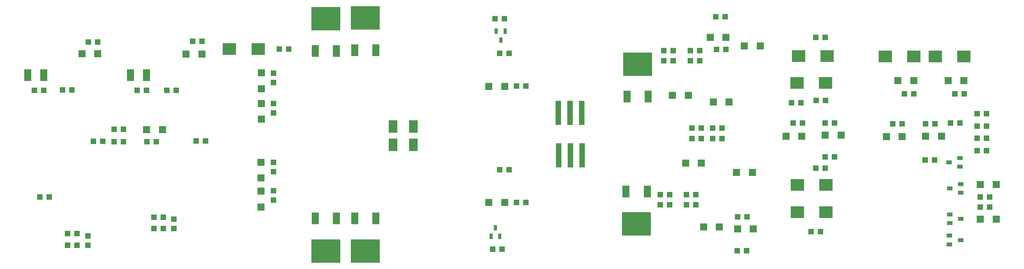
<source format=gbp>
G04 Layer_Color=128*
%FSLAX25Y25*%
%MOIN*%
G70*
G01*
G75*
%ADD11R,0.05000X0.21063*%
%ADD12R,0.05906X0.09843*%
%ADD13R,0.25000X0.20000*%
%ADD15R,0.06000X0.06000*%
%ADD16R,0.05000X0.05000*%
%ADD19R,0.04500X0.03800*%
%ADD60R,0.07200X0.11000*%
%ADD61R,0.03100X0.05000*%
%ADD62R,0.06000X0.10000*%
%ADD63R,0.06000X0.06000*%
%ADD64R,0.05000X0.05000*%
%ADD65R,0.11417X0.09843*%
D11*
X470807Y132604D02*
D03*
X480807D02*
D03*
X490807D02*
D03*
X471004Y96234D02*
D03*
X481004D02*
D03*
X491004D02*
D03*
D12*
X263337Y42296D02*
D03*
X281447D02*
D03*
X546661Y65545D02*
D03*
X281447Y185757D02*
D03*
X263337D02*
D03*
X297146Y42296D02*
D03*
X315256D02*
D03*
X315256Y186249D02*
D03*
X297146D02*
D03*
X547448Y146771D02*
D03*
X529338D02*
D03*
X528551Y65545D02*
D03*
D13*
X272392Y14546D02*
D03*
X537606Y37795D02*
D03*
X272392Y213507D02*
D03*
X306201Y14546D02*
D03*
X306201Y213999D02*
D03*
X538393Y174521D02*
D03*
D15*
X623760Y33342D02*
D03*
X637260D02*
D03*
X166800Y183169D02*
D03*
X830840Y71538D02*
D03*
X844340D02*
D03*
X613957Y197335D02*
D03*
X600457D02*
D03*
X64370Y183465D02*
D03*
X581791Y147835D02*
D03*
X568291D02*
D03*
X608284Y34941D02*
D03*
X594783D02*
D03*
X629610Y190157D02*
D03*
X643110D02*
D03*
X622961Y81595D02*
D03*
X636460D02*
D03*
X603035Y141929D02*
D03*
X616536D02*
D03*
X579323Y89665D02*
D03*
X592823D02*
D03*
X678637Y112697D02*
D03*
X665137D02*
D03*
X712122Y113681D02*
D03*
X698622D02*
D03*
X764267Y112286D02*
D03*
X750767D02*
D03*
X797767Y112581D02*
D03*
X784267D02*
D03*
X119587Y118405D02*
D03*
X425016Y56102D02*
D03*
X411516D02*
D03*
Y155413D02*
D03*
X425016D02*
D03*
X133087Y118405D02*
D03*
X153300Y183169D02*
D03*
X77870Y183465D02*
D03*
X844340Y41813D02*
D03*
X830840D02*
D03*
X816929Y160416D02*
D03*
X803429D02*
D03*
X774083D02*
D03*
X760583D02*
D03*
D16*
X125985Y33661D02*
D03*
X133985D02*
D03*
X127686Y108073D02*
D03*
X119686D02*
D03*
X144800Y152165D02*
D03*
X136800D02*
D03*
X838840Y51951D02*
D03*
X830840D02*
D03*
X828051Y100376D02*
D03*
X836051D02*
D03*
X828051Y110908D02*
D03*
X836051D02*
D03*
X828051Y121439D02*
D03*
X836051D02*
D03*
X828051Y131971D02*
D03*
X836051D02*
D03*
X584823Y119783D02*
D03*
X592823D02*
D03*
X31819Y152165D02*
D03*
X169713Y108563D02*
D03*
X77953Y193307D02*
D03*
X166800Y194095D02*
D03*
X792267Y123506D02*
D03*
X784267D02*
D03*
X764201D02*
D03*
X756201D02*
D03*
X679063Y123917D02*
D03*
X671063D02*
D03*
X706425Y94980D02*
D03*
X698425D02*
D03*
X766083Y149132D02*
D03*
X774083D02*
D03*
X817028D02*
D03*
X809028D02*
D03*
X613949Y187098D02*
D03*
X605949D02*
D03*
X613295Y215059D02*
D03*
X605295D02*
D03*
X583464Y185925D02*
D03*
X591465D02*
D03*
Y177264D02*
D03*
X583464D02*
D03*
X568964Y185925D02*
D03*
X560964D02*
D03*
Y177362D02*
D03*
X568964D02*
D03*
X602323Y119882D02*
D03*
X610323D02*
D03*
X602323Y110728D02*
D03*
X610323D02*
D03*
X592823Y110728D02*
D03*
X584823D02*
D03*
X557815Y62598D02*
D03*
X565815D02*
D03*
X557815Y53937D02*
D03*
X565815D02*
D03*
X588315D02*
D03*
X580315D02*
D03*
X580315Y62598D02*
D03*
X588315D02*
D03*
X623398Y14567D02*
D03*
X631398D02*
D03*
X623760Y43677D02*
D03*
X631760D02*
D03*
X690650Y197539D02*
D03*
X698650D02*
D03*
X690801Y143307D02*
D03*
X698801D02*
D03*
X690650Y85335D02*
D03*
X698650D02*
D03*
X686569Y30906D02*
D03*
X694569D02*
D03*
X677882Y141240D02*
D03*
X669882D02*
D03*
X698425Y123917D02*
D03*
X706425D02*
D03*
X813484Y124114D02*
D03*
X805484D02*
D03*
X783874Y92502D02*
D03*
X791874D02*
D03*
X99930Y108073D02*
D03*
X91930D02*
D03*
Y118701D02*
D03*
X60256Y29232D02*
D03*
X52256D02*
D03*
X60256Y19390D02*
D03*
X52256D02*
D03*
X422736Y15945D02*
D03*
X414736D02*
D03*
X443209Y56102D02*
D03*
X435209D02*
D03*
X428839Y84055D02*
D03*
X420839D02*
D03*
X133985Y43504D02*
D03*
X125985D02*
D03*
X435209Y155610D02*
D03*
X443209D02*
D03*
X420839Y183563D02*
D03*
X428839D02*
D03*
X424902Y213287D02*
D03*
X416902D02*
D03*
X119405Y152165D02*
D03*
X47953Y152461D02*
D03*
X55953D02*
D03*
X232775Y187303D02*
D03*
X28531Y60728D02*
D03*
X838840Y60613D02*
D03*
X830840D02*
D03*
X82213Y108366D02*
D03*
X36531Y60728D02*
D03*
X240775Y187303D02*
D03*
X111406Y152165D02*
D03*
X99930Y118701D02*
D03*
X158800Y194095D02*
D03*
X74213Y108366D02*
D03*
X69953Y193307D02*
D03*
X23819Y152165D02*
D03*
X161713Y108563D02*
D03*
D19*
X814026Y23859D02*
D03*
X804626Y27559D02*
D03*
Y20159D02*
D03*
X804084Y90511D02*
D03*
X813484Y86811D02*
D03*
Y94211D02*
D03*
X804675Y68133D02*
D03*
X814075Y64433D02*
D03*
Y71833D02*
D03*
Y42109D02*
D03*
X804675Y45809D02*
D03*
Y38409D02*
D03*
D60*
X329685Y120980D02*
D03*
X347008D02*
D03*
Y105512D02*
D03*
X329685D02*
D03*
D61*
X417110Y34449D02*
D03*
X413370Y26969D02*
D03*
X420851D02*
D03*
X421654Y195177D02*
D03*
X425394Y202658D02*
D03*
X417913D02*
D03*
D62*
X31791Y165059D02*
D03*
X18291D02*
D03*
X105905Y165157D02*
D03*
X119405D02*
D03*
D63*
X217488Y140846D02*
D03*
Y127346D02*
D03*
X217488Y166929D02*
D03*
X217028Y65650D02*
D03*
X217291Y90453D02*
D03*
X217488Y153429D02*
D03*
X217291Y76953D02*
D03*
X217028Y52150D02*
D03*
D64*
X69508Y27390D02*
D03*
Y19390D02*
D03*
X142962Y41661D02*
D03*
Y33661D02*
D03*
X227854Y140846D02*
D03*
X227658Y90453D02*
D03*
X227756Y66043D02*
D03*
X227854Y166858D02*
D03*
Y158858D02*
D03*
X227658Y82453D02*
D03*
X227756Y58043D02*
D03*
X227854Y132846D02*
D03*
D65*
X674902Y70965D02*
D03*
X699311D02*
D03*
X674884Y47661D02*
D03*
X699293D02*
D03*
X675801Y181299D02*
D03*
X700211D02*
D03*
X674392Y158291D02*
D03*
X698801D02*
D03*
X190256Y187303D02*
D03*
X214665D02*
D03*
X792539Y181203D02*
D03*
X816949D02*
D03*
X749673D02*
D03*
X774083D02*
D03*
M02*

</source>
